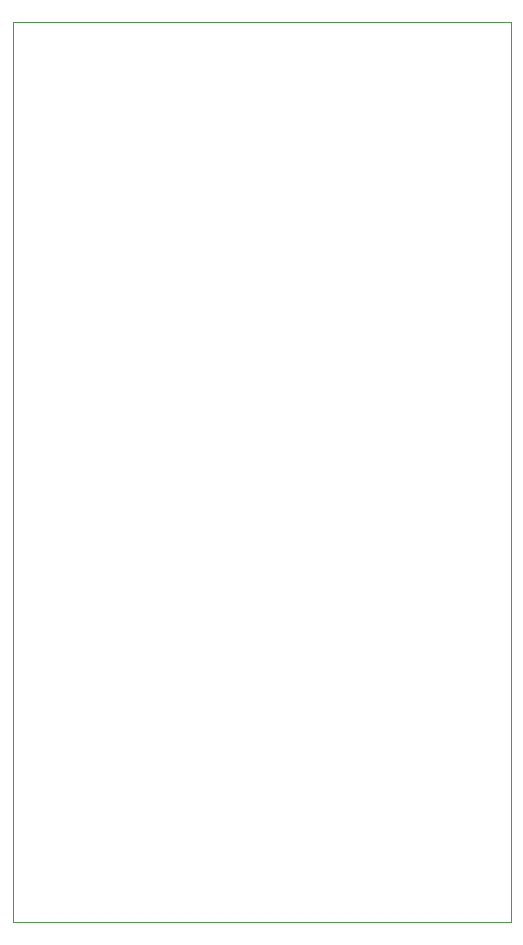
<source format=gm1>
G04 #@! TF.GenerationSoftware,KiCad,Pcbnew,(6.0.8)*
G04 #@! TF.CreationDate,2023-01-01T19:12:15-07:00*
G04 #@! TF.ProjectId,Havoc6295_2_0.kicad_pro,4861766f-6336-4323-9935-5f325f302e6b,rev?*
G04 #@! TF.SameCoordinates,Original*
G04 #@! TF.FileFunction,Profile,NP*
%FSLAX46Y46*%
G04 Gerber Fmt 4.6, Leading zero omitted, Abs format (unit mm)*
G04 Created by KiCad (PCBNEW (6.0.8)) date 2023-01-01 19:12:15*
%MOMM*%
%LPD*%
G01*
G04 APERTURE LIST*
G04 #@! TA.AperFunction,Profile*
%ADD10C,0.050000*%
G04 #@! TD*
G04 APERTURE END LIST*
D10*
X127419100Y-66903600D02*
X127419100Y-143103600D01*
X127419100Y-143103600D02*
X169583100Y-143103600D01*
X169583100Y-143103600D02*
X169583100Y-66903600D01*
X169583100Y-66903600D02*
X127419100Y-66903600D01*
M02*

</source>
